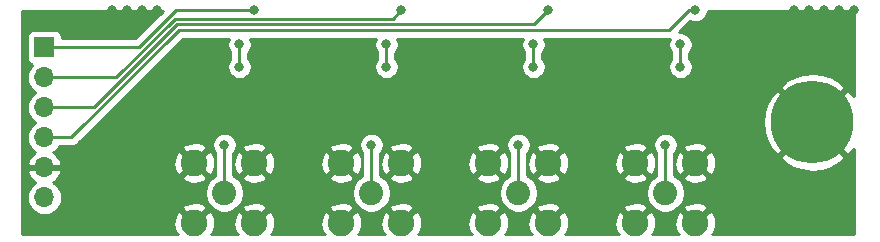
<source format=gbr>
G04 #@! TF.GenerationSoftware,KiCad,Pcbnew,5.1.4-e60b266~84~ubuntu18.04.1*
G04 #@! TF.CreationDate,2019-08-27T23:59:40+10:00*
G04 #@! TF.ProjectId,CMOS-50R,434d4f53-2d35-4305-922e-6b696361645f,rev?*
G04 #@! TF.SameCoordinates,Original*
G04 #@! TF.FileFunction,Copper,L2,Bot*
G04 #@! TF.FilePolarity,Positive*
%FSLAX46Y46*%
G04 Gerber Fmt 4.6, Leading zero omitted, Abs format (unit mm)*
G04 Created by KiCad (PCBNEW 5.1.4-e60b266~84~ubuntu18.04.1) date 2019-08-27 23:59:40*
%MOMM*%
%LPD*%
G04 APERTURE LIST*
%ADD10C,0.800000*%
%ADD11C,7.000000*%
%ADD12O,1.700000X1.700000*%
%ADD13R,1.700000X1.700000*%
%ADD14C,2.250000*%
%ADD15C,2.050000*%
%ADD16C,0.250000*%
%ADD17C,0.254000*%
G04 APERTURE END LIST*
D10*
X145620155Y-64183845D03*
X143764000Y-63415000D03*
X141907845Y-64183845D03*
X141139000Y-66040000D03*
X141907845Y-67896155D03*
X143764000Y-68665000D03*
X145620155Y-67896155D03*
X146389000Y-66040000D03*
D11*
X143764000Y-66040000D03*
D12*
X78740000Y-72390000D03*
X78740000Y-69850000D03*
X78740000Y-67310000D03*
X78740000Y-64770000D03*
X78740000Y-62230000D03*
D13*
X78740000Y-59690000D03*
D14*
X128778000Y-69469000D03*
X133858000Y-69469000D03*
X133858000Y-74549000D03*
X128778000Y-74549000D03*
D15*
X131318000Y-72009000D03*
D14*
X116332000Y-69469000D03*
X121412000Y-69469000D03*
X121412000Y-74549000D03*
X116332000Y-74549000D03*
D15*
X118872000Y-72009000D03*
D14*
X103886000Y-69469000D03*
X108966000Y-69469000D03*
X108966000Y-74549000D03*
X103886000Y-74549000D03*
D15*
X106426000Y-72009000D03*
D14*
X91440000Y-69469000D03*
X96520000Y-69469000D03*
X96520000Y-74549000D03*
X91440000Y-74549000D03*
D15*
X93980000Y-72009000D03*
D10*
X144780000Y-56515000D03*
X146050000Y-56515000D03*
X147320000Y-56515000D03*
X143510000Y-56515000D03*
X142240000Y-56515000D03*
X88265000Y-56515000D03*
X86995000Y-56515000D03*
X85725000Y-56515000D03*
X84455000Y-56515000D03*
X81661000Y-70358000D03*
X84709000Y-70358000D03*
X101092000Y-69977000D03*
X93980000Y-59436000D03*
X91440000Y-59436000D03*
X99060000Y-59436000D03*
X103886000Y-59436000D03*
X106426000Y-59436000D03*
X111506000Y-59436000D03*
X116332000Y-59436000D03*
X118872000Y-59436000D03*
X123952000Y-59436000D03*
X128778000Y-59436000D03*
X131318000Y-59436000D03*
X136398000Y-59436000D03*
X127254000Y-65024000D03*
X114808000Y-65024000D03*
X102362000Y-65024000D03*
X139446000Y-65024000D03*
X90170000Y-63246000D03*
X102362000Y-63246000D03*
X114808000Y-63246000D03*
X127254000Y-63119000D03*
X125984000Y-69850000D03*
X138430000Y-69850000D03*
X113538000Y-69850000D03*
X102362000Y-64135000D03*
X102362000Y-65913000D03*
X102362000Y-66802000D03*
X114808000Y-64135000D03*
X114808000Y-65913000D03*
X114808000Y-66802000D03*
X114808000Y-67691000D03*
X102362000Y-67691000D03*
X127254000Y-64135000D03*
X127254000Y-65913000D03*
X127254000Y-66802000D03*
X127254000Y-67691000D03*
X139700000Y-64135000D03*
X139700000Y-63119000D03*
X139446000Y-66675000D03*
X139827000Y-68453000D03*
X99949000Y-59436000D03*
X102997000Y-59436000D03*
X90551000Y-59436000D03*
X112395000Y-59436000D03*
X115443000Y-59436000D03*
X124841000Y-59436000D03*
X127889000Y-59436000D03*
X137287000Y-59436000D03*
X81661000Y-69469000D03*
X84709000Y-69469000D03*
X95250000Y-61341000D03*
X95250000Y-59436000D03*
X133858000Y-56530000D03*
X121412000Y-56530000D03*
X108966000Y-56530000D03*
X93980000Y-67945000D03*
X106426000Y-67945000D03*
X118872000Y-67945000D03*
X131318000Y-67945000D03*
X96520000Y-56530000D03*
X107696000Y-59436000D03*
X107696000Y-61341000D03*
X120142000Y-61341000D03*
X120142000Y-59436000D03*
X132588000Y-61341000D03*
X132588000Y-59436000D03*
D16*
X95250000Y-59436000D02*
X95250000Y-61341000D01*
X79942081Y-67310000D02*
X78740000Y-67310000D01*
X90163210Y-58177020D02*
X81030230Y-67310000D01*
X131645295Y-58177020D02*
X90163210Y-58177020D01*
X133292315Y-56530000D02*
X131645295Y-58177020D01*
X81030230Y-67310000D02*
X79942081Y-67310000D01*
X133858000Y-56530000D02*
X133292315Y-56530000D01*
X79942081Y-64770000D02*
X78740000Y-64770000D01*
X82933820Y-64770000D02*
X79942081Y-64770000D01*
X89976810Y-57727010D02*
X82933820Y-64770000D01*
X120214990Y-57727010D02*
X89976810Y-57727010D01*
X121412000Y-56530000D02*
X120214990Y-57727010D01*
X84837410Y-62230000D02*
X79942081Y-62230000D01*
X79942081Y-62230000D02*
X78740000Y-62230000D01*
X108219000Y-57277000D02*
X89790410Y-57277000D01*
X89790410Y-57277000D02*
X84837410Y-62230000D01*
X108966000Y-56530000D02*
X108219000Y-57277000D01*
X93980000Y-68510685D02*
X93980000Y-72009000D01*
X93980000Y-67945000D02*
X93980000Y-68510685D01*
X106426000Y-68510685D02*
X106426000Y-72009000D01*
X106426000Y-67945000D02*
X106426000Y-68510685D01*
X118872000Y-68510685D02*
X118872000Y-72009000D01*
X118872000Y-67945000D02*
X118872000Y-68510685D01*
X131318000Y-67945000D02*
X131318000Y-72009000D01*
X78867000Y-59563000D02*
X78740000Y-59690000D01*
X86741000Y-59690000D02*
X89901000Y-56530000D01*
X89901000Y-56530000D02*
X90058000Y-56530000D01*
X78740000Y-59690000D02*
X86741000Y-59690000D01*
X96520000Y-56530000D02*
X90058000Y-56530000D01*
X107696000Y-61341000D02*
X107696000Y-59436000D01*
X120142000Y-59436000D02*
X120142000Y-61341000D01*
X132588000Y-59436000D02*
X132588000Y-61341000D01*
D17*
G36*
X86426199Y-58930000D02*
G01*
X80228072Y-58930000D01*
X80228072Y-58840000D01*
X80215812Y-58715518D01*
X80179502Y-58595820D01*
X80120537Y-58485506D01*
X80041185Y-58388815D01*
X79944494Y-58309463D01*
X79834180Y-58250498D01*
X79714482Y-58214188D01*
X79590000Y-58201928D01*
X77890000Y-58201928D01*
X77765518Y-58214188D01*
X77645820Y-58250498D01*
X77535506Y-58309463D01*
X77438815Y-58388815D01*
X77359463Y-58485506D01*
X77300498Y-58595820D01*
X77264188Y-58715518D01*
X77251928Y-58840000D01*
X77251928Y-60540000D01*
X77264188Y-60664482D01*
X77300498Y-60784180D01*
X77359463Y-60894494D01*
X77438815Y-60991185D01*
X77535506Y-61070537D01*
X77645820Y-61129502D01*
X77714687Y-61150393D01*
X77684866Y-61174866D01*
X77499294Y-61400986D01*
X77361401Y-61658966D01*
X77276487Y-61938889D01*
X77247815Y-62230000D01*
X77276487Y-62521111D01*
X77361401Y-62801034D01*
X77499294Y-63059014D01*
X77684866Y-63285134D01*
X77910986Y-63470706D01*
X77965791Y-63500000D01*
X77910986Y-63529294D01*
X77684866Y-63714866D01*
X77499294Y-63940986D01*
X77361401Y-64198966D01*
X77276487Y-64478889D01*
X77247815Y-64770000D01*
X77276487Y-65061111D01*
X77361401Y-65341034D01*
X77499294Y-65599014D01*
X77684866Y-65825134D01*
X77910986Y-66010706D01*
X77965791Y-66040000D01*
X77910986Y-66069294D01*
X77684866Y-66254866D01*
X77499294Y-66480986D01*
X77361401Y-66738966D01*
X77276487Y-67018889D01*
X77247815Y-67310000D01*
X77276487Y-67601111D01*
X77361401Y-67881034D01*
X77499294Y-68139014D01*
X77684866Y-68365134D01*
X77910986Y-68550706D01*
X77975523Y-68585201D01*
X77858645Y-68654822D01*
X77642412Y-68849731D01*
X77468359Y-69083080D01*
X77343175Y-69345901D01*
X77298524Y-69493110D01*
X77419845Y-69723000D01*
X78613000Y-69723000D01*
X78613000Y-69703000D01*
X78867000Y-69703000D01*
X78867000Y-69723000D01*
X80060155Y-69723000D01*
X80163775Y-69526650D01*
X89672424Y-69526650D01*
X89717634Y-69870380D01*
X89829034Y-70198685D01*
X89938286Y-70403079D01*
X90215469Y-70513926D01*
X91260395Y-69469000D01*
X91619605Y-69469000D01*
X92664531Y-70513926D01*
X92941714Y-70403079D01*
X93095089Y-70092160D01*
X93184860Y-69757295D01*
X93207576Y-69411350D01*
X93162366Y-69067620D01*
X93050966Y-68739315D01*
X92941714Y-68534921D01*
X92664531Y-68424074D01*
X91619605Y-69469000D01*
X91260395Y-69469000D01*
X90215469Y-68424074D01*
X89938286Y-68534921D01*
X89784911Y-68845840D01*
X89695140Y-69180705D01*
X89672424Y-69526650D01*
X80163775Y-69526650D01*
X80181476Y-69493110D01*
X80136825Y-69345901D01*
X80011641Y-69083080D01*
X79837588Y-68849731D01*
X79621355Y-68654822D01*
X79504477Y-68585201D01*
X79569014Y-68550706D01*
X79795134Y-68365134D01*
X79894161Y-68244469D01*
X90395074Y-68244469D01*
X91440000Y-69289395D01*
X92484926Y-68244469D01*
X92374079Y-67967286D01*
X92063160Y-67813911D01*
X91728295Y-67724140D01*
X91382350Y-67701424D01*
X91038620Y-67746634D01*
X90710315Y-67858034D01*
X90505921Y-67967286D01*
X90395074Y-68244469D01*
X79894161Y-68244469D01*
X79980706Y-68139014D01*
X80017595Y-68070000D01*
X80992908Y-68070000D01*
X81030230Y-68073676D01*
X81067552Y-68070000D01*
X81067563Y-68070000D01*
X81179216Y-68059003D01*
X81322477Y-68015546D01*
X81454506Y-67944974D01*
X81570231Y-67850001D01*
X81594034Y-67820997D01*
X83411178Y-66003853D01*
X139609149Y-66003853D01*
X139681931Y-66815118D01*
X139911585Y-67596597D01*
X140289285Y-68318256D01*
X140329450Y-68378366D01*
X140849845Y-68774550D01*
X143584395Y-66040000D01*
X140849845Y-63305450D01*
X140329450Y-63701634D01*
X139939252Y-64416612D01*
X139696036Y-65193976D01*
X139609149Y-66003853D01*
X83411178Y-66003853D01*
X86289186Y-63125845D01*
X141029450Y-63125845D01*
X143764000Y-65860395D01*
X146498550Y-63125845D01*
X146102366Y-62605450D01*
X145387388Y-62215252D01*
X144610024Y-61972036D01*
X143800147Y-61885149D01*
X142988882Y-61957931D01*
X142207403Y-62187585D01*
X141485744Y-62565285D01*
X141425634Y-62605450D01*
X141029450Y-63125845D01*
X86289186Y-63125845D01*
X90478012Y-58937020D01*
X94338624Y-58937020D01*
X94332795Y-58945744D01*
X94254774Y-59134102D01*
X94215000Y-59334061D01*
X94215000Y-59537939D01*
X94254774Y-59737898D01*
X94332795Y-59926256D01*
X94446063Y-60095774D01*
X94490000Y-60139711D01*
X94490001Y-60637288D01*
X94446063Y-60681226D01*
X94332795Y-60850744D01*
X94254774Y-61039102D01*
X94215000Y-61239061D01*
X94215000Y-61442939D01*
X94254774Y-61642898D01*
X94332795Y-61831256D01*
X94446063Y-62000774D01*
X94590226Y-62144937D01*
X94759744Y-62258205D01*
X94948102Y-62336226D01*
X95148061Y-62376000D01*
X95351939Y-62376000D01*
X95551898Y-62336226D01*
X95740256Y-62258205D01*
X95909774Y-62144937D01*
X96053937Y-62000774D01*
X96167205Y-61831256D01*
X96245226Y-61642898D01*
X96285000Y-61442939D01*
X96285000Y-61239061D01*
X96245226Y-61039102D01*
X96167205Y-60850744D01*
X96053937Y-60681226D01*
X96010000Y-60637289D01*
X96010000Y-60139711D01*
X96053937Y-60095774D01*
X96167205Y-59926256D01*
X96245226Y-59737898D01*
X96285000Y-59537939D01*
X96285000Y-59334061D01*
X96245226Y-59134102D01*
X96167205Y-58945744D01*
X96161376Y-58937020D01*
X106784624Y-58937020D01*
X106778795Y-58945744D01*
X106700774Y-59134102D01*
X106661000Y-59334061D01*
X106661000Y-59537939D01*
X106700774Y-59737898D01*
X106778795Y-59926256D01*
X106892063Y-60095774D01*
X106936001Y-60139712D01*
X106936000Y-60637289D01*
X106892063Y-60681226D01*
X106778795Y-60850744D01*
X106700774Y-61039102D01*
X106661000Y-61239061D01*
X106661000Y-61442939D01*
X106700774Y-61642898D01*
X106778795Y-61831256D01*
X106892063Y-62000774D01*
X107036226Y-62144937D01*
X107205744Y-62258205D01*
X107394102Y-62336226D01*
X107594061Y-62376000D01*
X107797939Y-62376000D01*
X107997898Y-62336226D01*
X108186256Y-62258205D01*
X108355774Y-62144937D01*
X108499937Y-62000774D01*
X108613205Y-61831256D01*
X108691226Y-61642898D01*
X108731000Y-61442939D01*
X108731000Y-61239061D01*
X108691226Y-61039102D01*
X108613205Y-60850744D01*
X108499937Y-60681226D01*
X108456000Y-60637289D01*
X108456000Y-60139711D01*
X108499937Y-60095774D01*
X108613205Y-59926256D01*
X108691226Y-59737898D01*
X108731000Y-59537939D01*
X108731000Y-59334061D01*
X108691226Y-59134102D01*
X108613205Y-58945744D01*
X108607376Y-58937020D01*
X119230624Y-58937020D01*
X119224795Y-58945744D01*
X119146774Y-59134102D01*
X119107000Y-59334061D01*
X119107000Y-59537939D01*
X119146774Y-59737898D01*
X119224795Y-59926256D01*
X119338063Y-60095774D01*
X119382000Y-60139711D01*
X119382001Y-60637288D01*
X119338063Y-60681226D01*
X119224795Y-60850744D01*
X119146774Y-61039102D01*
X119107000Y-61239061D01*
X119107000Y-61442939D01*
X119146774Y-61642898D01*
X119224795Y-61831256D01*
X119338063Y-62000774D01*
X119482226Y-62144937D01*
X119651744Y-62258205D01*
X119840102Y-62336226D01*
X120040061Y-62376000D01*
X120243939Y-62376000D01*
X120443898Y-62336226D01*
X120632256Y-62258205D01*
X120801774Y-62144937D01*
X120945937Y-62000774D01*
X121059205Y-61831256D01*
X121137226Y-61642898D01*
X121177000Y-61442939D01*
X121177000Y-61239061D01*
X121137226Y-61039102D01*
X121059205Y-60850744D01*
X120945937Y-60681226D01*
X120902000Y-60637289D01*
X120902000Y-60139711D01*
X120945937Y-60095774D01*
X121059205Y-59926256D01*
X121137226Y-59737898D01*
X121177000Y-59537939D01*
X121177000Y-59334061D01*
X121137226Y-59134102D01*
X121059205Y-58945744D01*
X121053376Y-58937020D01*
X131607973Y-58937020D01*
X131645295Y-58940696D01*
X131676202Y-58937652D01*
X131670795Y-58945744D01*
X131592774Y-59134102D01*
X131553000Y-59334061D01*
X131553000Y-59537939D01*
X131592774Y-59737898D01*
X131670795Y-59926256D01*
X131784063Y-60095774D01*
X131828000Y-60139711D01*
X131828001Y-60637288D01*
X131784063Y-60681226D01*
X131670795Y-60850744D01*
X131592774Y-61039102D01*
X131553000Y-61239061D01*
X131553000Y-61442939D01*
X131592774Y-61642898D01*
X131670795Y-61831256D01*
X131784063Y-62000774D01*
X131928226Y-62144937D01*
X132097744Y-62258205D01*
X132286102Y-62336226D01*
X132486061Y-62376000D01*
X132689939Y-62376000D01*
X132889898Y-62336226D01*
X133078256Y-62258205D01*
X133247774Y-62144937D01*
X133391937Y-62000774D01*
X133505205Y-61831256D01*
X133583226Y-61642898D01*
X133623000Y-61442939D01*
X133623000Y-61239061D01*
X133583226Y-61039102D01*
X133505205Y-60850744D01*
X133391937Y-60681226D01*
X133348000Y-60637289D01*
X133348000Y-60139711D01*
X133391937Y-60095774D01*
X133505205Y-59926256D01*
X133583226Y-59737898D01*
X133623000Y-59537939D01*
X133623000Y-59334061D01*
X133583226Y-59134102D01*
X133505205Y-58945744D01*
X133391937Y-58776226D01*
X133247774Y-58632063D01*
X133078256Y-58518795D01*
X132889898Y-58440774D01*
X132689939Y-58401000D01*
X132496116Y-58401000D01*
X133425845Y-57471271D01*
X133556102Y-57525226D01*
X133756061Y-57565000D01*
X133959939Y-57565000D01*
X134159898Y-57525226D01*
X134348256Y-57447205D01*
X134517774Y-57333937D01*
X134661937Y-57189774D01*
X134775205Y-57020256D01*
X134853226Y-56831898D01*
X134893000Y-56631939D01*
X134893000Y-56565000D01*
X147270000Y-56565000D01*
X147270000Y-63821520D01*
X147238715Y-63761744D01*
X147198550Y-63701634D01*
X146678155Y-63305450D01*
X143943605Y-66040000D01*
X146678155Y-68774550D01*
X147198550Y-68378366D01*
X147270001Y-68247444D01*
X147270001Y-75515000D01*
X135279893Y-75515000D01*
X135359714Y-75483079D01*
X135513089Y-75172160D01*
X135602860Y-74837295D01*
X135625576Y-74491350D01*
X135580366Y-74147620D01*
X135468966Y-73819315D01*
X135359714Y-73614921D01*
X135082531Y-73504074D01*
X134037605Y-74549000D01*
X134051748Y-74563143D01*
X133872143Y-74742748D01*
X133858000Y-74728605D01*
X133843858Y-74742748D01*
X133664253Y-74563143D01*
X133678395Y-74549000D01*
X132633469Y-73504074D01*
X132356286Y-73614921D01*
X132202911Y-73925840D01*
X132113140Y-74260705D01*
X132090424Y-74606650D01*
X132135634Y-74950380D01*
X132247034Y-75278685D01*
X132356286Y-75483079D01*
X132436107Y-75515000D01*
X130199893Y-75515000D01*
X130279714Y-75483079D01*
X130433089Y-75172160D01*
X130522860Y-74837295D01*
X130545576Y-74491350D01*
X130500366Y-74147620D01*
X130388966Y-73819315D01*
X130279714Y-73614921D01*
X130002531Y-73504074D01*
X128957605Y-74549000D01*
X128971748Y-74563143D01*
X128792143Y-74742748D01*
X128778000Y-74728605D01*
X128763858Y-74742748D01*
X128584253Y-74563143D01*
X128598395Y-74549000D01*
X127553469Y-73504074D01*
X127276286Y-73614921D01*
X127122911Y-73925840D01*
X127033140Y-74260705D01*
X127010424Y-74606650D01*
X127055634Y-74950380D01*
X127167034Y-75278685D01*
X127276286Y-75483079D01*
X127356107Y-75515000D01*
X122833893Y-75515000D01*
X122913714Y-75483079D01*
X123067089Y-75172160D01*
X123156860Y-74837295D01*
X123179576Y-74491350D01*
X123134366Y-74147620D01*
X123022966Y-73819315D01*
X122913714Y-73614921D01*
X122636531Y-73504074D01*
X121591605Y-74549000D01*
X121605748Y-74563143D01*
X121426143Y-74742748D01*
X121412000Y-74728605D01*
X121397858Y-74742748D01*
X121218253Y-74563143D01*
X121232395Y-74549000D01*
X120187469Y-73504074D01*
X119910286Y-73614921D01*
X119756911Y-73925840D01*
X119667140Y-74260705D01*
X119644424Y-74606650D01*
X119689634Y-74950380D01*
X119801034Y-75278685D01*
X119910286Y-75483079D01*
X119990107Y-75515000D01*
X117753893Y-75515000D01*
X117833714Y-75483079D01*
X117987089Y-75172160D01*
X118076860Y-74837295D01*
X118099576Y-74491350D01*
X118054366Y-74147620D01*
X117942966Y-73819315D01*
X117833714Y-73614921D01*
X117556531Y-73504074D01*
X116511605Y-74549000D01*
X116525748Y-74563143D01*
X116346143Y-74742748D01*
X116332000Y-74728605D01*
X116317858Y-74742748D01*
X116138253Y-74563143D01*
X116152395Y-74549000D01*
X115107469Y-73504074D01*
X114830286Y-73614921D01*
X114676911Y-73925840D01*
X114587140Y-74260705D01*
X114564424Y-74606650D01*
X114609634Y-74950380D01*
X114721034Y-75278685D01*
X114830286Y-75483079D01*
X114910107Y-75515000D01*
X110387893Y-75515000D01*
X110467714Y-75483079D01*
X110621089Y-75172160D01*
X110710860Y-74837295D01*
X110733576Y-74491350D01*
X110688366Y-74147620D01*
X110576966Y-73819315D01*
X110467714Y-73614921D01*
X110190531Y-73504074D01*
X109145605Y-74549000D01*
X109159748Y-74563143D01*
X108980143Y-74742748D01*
X108966000Y-74728605D01*
X108951858Y-74742748D01*
X108772253Y-74563143D01*
X108786395Y-74549000D01*
X107741469Y-73504074D01*
X107464286Y-73614921D01*
X107310911Y-73925840D01*
X107221140Y-74260705D01*
X107198424Y-74606650D01*
X107243634Y-74950380D01*
X107355034Y-75278685D01*
X107464286Y-75483079D01*
X107544107Y-75515000D01*
X105307893Y-75515000D01*
X105387714Y-75483079D01*
X105541089Y-75172160D01*
X105630860Y-74837295D01*
X105653576Y-74491350D01*
X105608366Y-74147620D01*
X105496966Y-73819315D01*
X105387714Y-73614921D01*
X105110531Y-73504074D01*
X104065605Y-74549000D01*
X104079748Y-74563143D01*
X103900143Y-74742748D01*
X103886000Y-74728605D01*
X103871858Y-74742748D01*
X103692253Y-74563143D01*
X103706395Y-74549000D01*
X102661469Y-73504074D01*
X102384286Y-73614921D01*
X102230911Y-73925840D01*
X102141140Y-74260705D01*
X102118424Y-74606650D01*
X102163634Y-74950380D01*
X102275034Y-75278685D01*
X102384286Y-75483079D01*
X102464107Y-75515000D01*
X97941893Y-75515000D01*
X98021714Y-75483079D01*
X98175089Y-75172160D01*
X98264860Y-74837295D01*
X98287576Y-74491350D01*
X98242366Y-74147620D01*
X98130966Y-73819315D01*
X98021714Y-73614921D01*
X97744531Y-73504074D01*
X96699605Y-74549000D01*
X96713748Y-74563143D01*
X96534143Y-74742748D01*
X96520000Y-74728605D01*
X96505858Y-74742748D01*
X96326253Y-74563143D01*
X96340395Y-74549000D01*
X95295469Y-73504074D01*
X95018286Y-73614921D01*
X94864911Y-73925840D01*
X94775140Y-74260705D01*
X94752424Y-74606650D01*
X94797634Y-74950380D01*
X94909034Y-75278685D01*
X95018286Y-75483079D01*
X95098107Y-75515000D01*
X92861893Y-75515000D01*
X92941714Y-75483079D01*
X93095089Y-75172160D01*
X93184860Y-74837295D01*
X93207576Y-74491350D01*
X93162366Y-74147620D01*
X93050966Y-73819315D01*
X92941714Y-73614921D01*
X92664531Y-73504074D01*
X91619605Y-74549000D01*
X91633748Y-74563143D01*
X91454143Y-74742748D01*
X91440000Y-74728605D01*
X91425858Y-74742748D01*
X91246253Y-74563143D01*
X91260395Y-74549000D01*
X90215469Y-73504074D01*
X89938286Y-73614921D01*
X89784911Y-73925840D01*
X89695140Y-74260705D01*
X89672424Y-74606650D01*
X89717634Y-74950380D01*
X89829034Y-75278685D01*
X89938286Y-75483079D01*
X90018107Y-75515000D01*
X76885000Y-75515000D01*
X76885000Y-72390000D01*
X77247815Y-72390000D01*
X77276487Y-72681111D01*
X77361401Y-72961034D01*
X77499294Y-73219014D01*
X77684866Y-73445134D01*
X77910986Y-73630706D01*
X78168966Y-73768599D01*
X78448889Y-73853513D01*
X78667050Y-73875000D01*
X78812950Y-73875000D01*
X79031111Y-73853513D01*
X79311034Y-73768599D01*
X79569014Y-73630706D01*
X79795134Y-73445134D01*
X79894161Y-73324469D01*
X90395074Y-73324469D01*
X91440000Y-74369395D01*
X92484926Y-73324469D01*
X92374079Y-73047286D01*
X92063160Y-72893911D01*
X91728295Y-72804140D01*
X91382350Y-72781424D01*
X91038620Y-72826634D01*
X90710315Y-72938034D01*
X90505921Y-73047286D01*
X90395074Y-73324469D01*
X79894161Y-73324469D01*
X79980706Y-73219014D01*
X80118599Y-72961034D01*
X80203513Y-72681111D01*
X80232185Y-72390000D01*
X80203513Y-72098889D01*
X80126650Y-71845504D01*
X92320000Y-71845504D01*
X92320000Y-72172496D01*
X92383793Y-72493204D01*
X92508927Y-72795305D01*
X92690594Y-73067188D01*
X92921812Y-73298406D01*
X93193695Y-73480073D01*
X93495796Y-73605207D01*
X93816504Y-73669000D01*
X94143496Y-73669000D01*
X94464204Y-73605207D01*
X94766305Y-73480073D01*
X94999182Y-73324469D01*
X95475074Y-73324469D01*
X96520000Y-74369395D01*
X97564926Y-73324469D01*
X102841074Y-73324469D01*
X103886000Y-74369395D01*
X104930926Y-73324469D01*
X104820079Y-73047286D01*
X104509160Y-72893911D01*
X104174295Y-72804140D01*
X103828350Y-72781424D01*
X103484620Y-72826634D01*
X103156315Y-72938034D01*
X102951921Y-73047286D01*
X102841074Y-73324469D01*
X97564926Y-73324469D01*
X97454079Y-73047286D01*
X97143160Y-72893911D01*
X96808295Y-72804140D01*
X96462350Y-72781424D01*
X96118620Y-72826634D01*
X95790315Y-72938034D01*
X95585921Y-73047286D01*
X95475074Y-73324469D01*
X94999182Y-73324469D01*
X95038188Y-73298406D01*
X95269406Y-73067188D01*
X95451073Y-72795305D01*
X95576207Y-72493204D01*
X95640000Y-72172496D01*
X95640000Y-71845504D01*
X104766000Y-71845504D01*
X104766000Y-72172496D01*
X104829793Y-72493204D01*
X104954927Y-72795305D01*
X105136594Y-73067188D01*
X105367812Y-73298406D01*
X105639695Y-73480073D01*
X105941796Y-73605207D01*
X106262504Y-73669000D01*
X106589496Y-73669000D01*
X106910204Y-73605207D01*
X107212305Y-73480073D01*
X107445182Y-73324469D01*
X107921074Y-73324469D01*
X108966000Y-74369395D01*
X110010926Y-73324469D01*
X115287074Y-73324469D01*
X116332000Y-74369395D01*
X117376926Y-73324469D01*
X117266079Y-73047286D01*
X116955160Y-72893911D01*
X116620295Y-72804140D01*
X116274350Y-72781424D01*
X115930620Y-72826634D01*
X115602315Y-72938034D01*
X115397921Y-73047286D01*
X115287074Y-73324469D01*
X110010926Y-73324469D01*
X109900079Y-73047286D01*
X109589160Y-72893911D01*
X109254295Y-72804140D01*
X108908350Y-72781424D01*
X108564620Y-72826634D01*
X108236315Y-72938034D01*
X108031921Y-73047286D01*
X107921074Y-73324469D01*
X107445182Y-73324469D01*
X107484188Y-73298406D01*
X107715406Y-73067188D01*
X107897073Y-72795305D01*
X108022207Y-72493204D01*
X108086000Y-72172496D01*
X108086000Y-71845504D01*
X117212000Y-71845504D01*
X117212000Y-72172496D01*
X117275793Y-72493204D01*
X117400927Y-72795305D01*
X117582594Y-73067188D01*
X117813812Y-73298406D01*
X118085695Y-73480073D01*
X118387796Y-73605207D01*
X118708504Y-73669000D01*
X119035496Y-73669000D01*
X119356204Y-73605207D01*
X119658305Y-73480073D01*
X119891182Y-73324469D01*
X120367074Y-73324469D01*
X121412000Y-74369395D01*
X122456926Y-73324469D01*
X127733074Y-73324469D01*
X128778000Y-74369395D01*
X129822926Y-73324469D01*
X129712079Y-73047286D01*
X129401160Y-72893911D01*
X129066295Y-72804140D01*
X128720350Y-72781424D01*
X128376620Y-72826634D01*
X128048315Y-72938034D01*
X127843921Y-73047286D01*
X127733074Y-73324469D01*
X122456926Y-73324469D01*
X122346079Y-73047286D01*
X122035160Y-72893911D01*
X121700295Y-72804140D01*
X121354350Y-72781424D01*
X121010620Y-72826634D01*
X120682315Y-72938034D01*
X120477921Y-73047286D01*
X120367074Y-73324469D01*
X119891182Y-73324469D01*
X119930188Y-73298406D01*
X120161406Y-73067188D01*
X120343073Y-72795305D01*
X120468207Y-72493204D01*
X120532000Y-72172496D01*
X120532000Y-71845504D01*
X129658000Y-71845504D01*
X129658000Y-72172496D01*
X129721793Y-72493204D01*
X129846927Y-72795305D01*
X130028594Y-73067188D01*
X130259812Y-73298406D01*
X130531695Y-73480073D01*
X130833796Y-73605207D01*
X131154504Y-73669000D01*
X131481496Y-73669000D01*
X131802204Y-73605207D01*
X132104305Y-73480073D01*
X132337182Y-73324469D01*
X132813074Y-73324469D01*
X133858000Y-74369395D01*
X134902926Y-73324469D01*
X134792079Y-73047286D01*
X134481160Y-72893911D01*
X134146295Y-72804140D01*
X133800350Y-72781424D01*
X133456620Y-72826634D01*
X133128315Y-72938034D01*
X132923921Y-73047286D01*
X132813074Y-73324469D01*
X132337182Y-73324469D01*
X132376188Y-73298406D01*
X132607406Y-73067188D01*
X132789073Y-72795305D01*
X132914207Y-72493204D01*
X132978000Y-72172496D01*
X132978000Y-71845504D01*
X132914207Y-71524796D01*
X132789073Y-71222695D01*
X132607406Y-70950812D01*
X132376188Y-70719594D01*
X132337183Y-70693531D01*
X132813074Y-70693531D01*
X132923921Y-70970714D01*
X133234840Y-71124089D01*
X133569705Y-71213860D01*
X133915650Y-71236576D01*
X134259380Y-71191366D01*
X134587685Y-71079966D01*
X134792079Y-70970714D01*
X134902926Y-70693531D01*
X133858000Y-69648605D01*
X132813074Y-70693531D01*
X132337183Y-70693531D01*
X132104305Y-70537927D01*
X132078000Y-70527031D01*
X132078000Y-69526650D01*
X132090424Y-69526650D01*
X132135634Y-69870380D01*
X132247034Y-70198685D01*
X132356286Y-70403079D01*
X132633469Y-70513926D01*
X133678395Y-69469000D01*
X134037605Y-69469000D01*
X135082531Y-70513926D01*
X135359714Y-70403079D01*
X135513089Y-70092160D01*
X135602860Y-69757295D01*
X135625576Y-69411350D01*
X135580366Y-69067620D01*
X135541866Y-68954155D01*
X141029450Y-68954155D01*
X141425634Y-69474550D01*
X142140612Y-69864748D01*
X142917976Y-70107964D01*
X143727853Y-70194851D01*
X144539118Y-70122069D01*
X145320597Y-69892415D01*
X146042256Y-69514715D01*
X146102366Y-69474550D01*
X146498550Y-68954155D01*
X143764000Y-66219605D01*
X141029450Y-68954155D01*
X135541866Y-68954155D01*
X135468966Y-68739315D01*
X135359714Y-68534921D01*
X135082531Y-68424074D01*
X134037605Y-69469000D01*
X133678395Y-69469000D01*
X132633469Y-68424074D01*
X132356286Y-68534921D01*
X132202911Y-68845840D01*
X132113140Y-69180705D01*
X132090424Y-69526650D01*
X132078000Y-69526650D01*
X132078000Y-68648711D01*
X132121937Y-68604774D01*
X132235205Y-68435256D01*
X132313226Y-68246898D01*
X132313709Y-68244469D01*
X132813074Y-68244469D01*
X133858000Y-69289395D01*
X134902926Y-68244469D01*
X134792079Y-67967286D01*
X134481160Y-67813911D01*
X134146295Y-67724140D01*
X133800350Y-67701424D01*
X133456620Y-67746634D01*
X133128315Y-67858034D01*
X132923921Y-67967286D01*
X132813074Y-68244469D01*
X132313709Y-68244469D01*
X132353000Y-68046939D01*
X132353000Y-67843061D01*
X132313226Y-67643102D01*
X132235205Y-67454744D01*
X132121937Y-67285226D01*
X131977774Y-67141063D01*
X131808256Y-67027795D01*
X131619898Y-66949774D01*
X131419939Y-66910000D01*
X131216061Y-66910000D01*
X131016102Y-66949774D01*
X130827744Y-67027795D01*
X130658226Y-67141063D01*
X130514063Y-67285226D01*
X130400795Y-67454744D01*
X130322774Y-67643102D01*
X130283000Y-67843061D01*
X130283000Y-68046939D01*
X130322774Y-68246898D01*
X130400795Y-68435256D01*
X130514063Y-68604774D01*
X130558000Y-68648711D01*
X130558001Y-70527031D01*
X130531695Y-70537927D01*
X130259812Y-70719594D01*
X130028594Y-70950812D01*
X129846927Y-71222695D01*
X129721793Y-71524796D01*
X129658000Y-71845504D01*
X120532000Y-71845504D01*
X120468207Y-71524796D01*
X120343073Y-71222695D01*
X120161406Y-70950812D01*
X119930188Y-70719594D01*
X119891183Y-70693531D01*
X120367074Y-70693531D01*
X120477921Y-70970714D01*
X120788840Y-71124089D01*
X121123705Y-71213860D01*
X121469650Y-71236576D01*
X121813380Y-71191366D01*
X122141685Y-71079966D01*
X122346079Y-70970714D01*
X122456926Y-70693531D01*
X127733074Y-70693531D01*
X127843921Y-70970714D01*
X128154840Y-71124089D01*
X128489705Y-71213860D01*
X128835650Y-71236576D01*
X129179380Y-71191366D01*
X129507685Y-71079966D01*
X129712079Y-70970714D01*
X129822926Y-70693531D01*
X128778000Y-69648605D01*
X127733074Y-70693531D01*
X122456926Y-70693531D01*
X121412000Y-69648605D01*
X120367074Y-70693531D01*
X119891183Y-70693531D01*
X119658305Y-70537927D01*
X119632000Y-70527031D01*
X119632000Y-69526650D01*
X119644424Y-69526650D01*
X119689634Y-69870380D01*
X119801034Y-70198685D01*
X119910286Y-70403079D01*
X120187469Y-70513926D01*
X121232395Y-69469000D01*
X121591605Y-69469000D01*
X122636531Y-70513926D01*
X122913714Y-70403079D01*
X123067089Y-70092160D01*
X123156860Y-69757295D01*
X123172004Y-69526650D01*
X127010424Y-69526650D01*
X127055634Y-69870380D01*
X127167034Y-70198685D01*
X127276286Y-70403079D01*
X127553469Y-70513926D01*
X128598395Y-69469000D01*
X128957605Y-69469000D01*
X130002531Y-70513926D01*
X130279714Y-70403079D01*
X130433089Y-70092160D01*
X130522860Y-69757295D01*
X130545576Y-69411350D01*
X130500366Y-69067620D01*
X130388966Y-68739315D01*
X130279714Y-68534921D01*
X130002531Y-68424074D01*
X128957605Y-69469000D01*
X128598395Y-69469000D01*
X127553469Y-68424074D01*
X127276286Y-68534921D01*
X127122911Y-68845840D01*
X127033140Y-69180705D01*
X127010424Y-69526650D01*
X123172004Y-69526650D01*
X123179576Y-69411350D01*
X123134366Y-69067620D01*
X123022966Y-68739315D01*
X122913714Y-68534921D01*
X122636531Y-68424074D01*
X121591605Y-69469000D01*
X121232395Y-69469000D01*
X120187469Y-68424074D01*
X119910286Y-68534921D01*
X119756911Y-68845840D01*
X119667140Y-69180705D01*
X119644424Y-69526650D01*
X119632000Y-69526650D01*
X119632000Y-68648711D01*
X119675937Y-68604774D01*
X119789205Y-68435256D01*
X119867226Y-68246898D01*
X119867709Y-68244469D01*
X120367074Y-68244469D01*
X121412000Y-69289395D01*
X122456926Y-68244469D01*
X127733074Y-68244469D01*
X128778000Y-69289395D01*
X129822926Y-68244469D01*
X129712079Y-67967286D01*
X129401160Y-67813911D01*
X129066295Y-67724140D01*
X128720350Y-67701424D01*
X128376620Y-67746634D01*
X128048315Y-67858034D01*
X127843921Y-67967286D01*
X127733074Y-68244469D01*
X122456926Y-68244469D01*
X122346079Y-67967286D01*
X122035160Y-67813911D01*
X121700295Y-67724140D01*
X121354350Y-67701424D01*
X121010620Y-67746634D01*
X120682315Y-67858034D01*
X120477921Y-67967286D01*
X120367074Y-68244469D01*
X119867709Y-68244469D01*
X119907000Y-68046939D01*
X119907000Y-67843061D01*
X119867226Y-67643102D01*
X119789205Y-67454744D01*
X119675937Y-67285226D01*
X119531774Y-67141063D01*
X119362256Y-67027795D01*
X119173898Y-66949774D01*
X118973939Y-66910000D01*
X118770061Y-66910000D01*
X118570102Y-66949774D01*
X118381744Y-67027795D01*
X118212226Y-67141063D01*
X118068063Y-67285226D01*
X117954795Y-67454744D01*
X117876774Y-67643102D01*
X117837000Y-67843061D01*
X117837000Y-68046939D01*
X117876774Y-68246898D01*
X117954795Y-68435256D01*
X118068063Y-68604774D01*
X118112000Y-68648711D01*
X118112001Y-70527031D01*
X118085695Y-70537927D01*
X117813812Y-70719594D01*
X117582594Y-70950812D01*
X117400927Y-71222695D01*
X117275793Y-71524796D01*
X117212000Y-71845504D01*
X108086000Y-71845504D01*
X108022207Y-71524796D01*
X107897073Y-71222695D01*
X107715406Y-70950812D01*
X107484188Y-70719594D01*
X107445183Y-70693531D01*
X107921074Y-70693531D01*
X108031921Y-70970714D01*
X108342840Y-71124089D01*
X108677705Y-71213860D01*
X109023650Y-71236576D01*
X109367380Y-71191366D01*
X109695685Y-71079966D01*
X109900079Y-70970714D01*
X110010926Y-70693531D01*
X115287074Y-70693531D01*
X115397921Y-70970714D01*
X115708840Y-71124089D01*
X116043705Y-71213860D01*
X116389650Y-71236576D01*
X116733380Y-71191366D01*
X117061685Y-71079966D01*
X117266079Y-70970714D01*
X117376926Y-70693531D01*
X116332000Y-69648605D01*
X115287074Y-70693531D01*
X110010926Y-70693531D01*
X108966000Y-69648605D01*
X107921074Y-70693531D01*
X107445183Y-70693531D01*
X107212305Y-70537927D01*
X107186000Y-70527031D01*
X107186000Y-69526650D01*
X107198424Y-69526650D01*
X107243634Y-69870380D01*
X107355034Y-70198685D01*
X107464286Y-70403079D01*
X107741469Y-70513926D01*
X108786395Y-69469000D01*
X109145605Y-69469000D01*
X110190531Y-70513926D01*
X110467714Y-70403079D01*
X110621089Y-70092160D01*
X110710860Y-69757295D01*
X110726004Y-69526650D01*
X114564424Y-69526650D01*
X114609634Y-69870380D01*
X114721034Y-70198685D01*
X114830286Y-70403079D01*
X115107469Y-70513926D01*
X116152395Y-69469000D01*
X116511605Y-69469000D01*
X117556531Y-70513926D01*
X117833714Y-70403079D01*
X117987089Y-70092160D01*
X118076860Y-69757295D01*
X118099576Y-69411350D01*
X118054366Y-69067620D01*
X117942966Y-68739315D01*
X117833714Y-68534921D01*
X117556531Y-68424074D01*
X116511605Y-69469000D01*
X116152395Y-69469000D01*
X115107469Y-68424074D01*
X114830286Y-68534921D01*
X114676911Y-68845840D01*
X114587140Y-69180705D01*
X114564424Y-69526650D01*
X110726004Y-69526650D01*
X110733576Y-69411350D01*
X110688366Y-69067620D01*
X110576966Y-68739315D01*
X110467714Y-68534921D01*
X110190531Y-68424074D01*
X109145605Y-69469000D01*
X108786395Y-69469000D01*
X107741469Y-68424074D01*
X107464286Y-68534921D01*
X107310911Y-68845840D01*
X107221140Y-69180705D01*
X107198424Y-69526650D01*
X107186000Y-69526650D01*
X107186000Y-68648711D01*
X107229937Y-68604774D01*
X107343205Y-68435256D01*
X107421226Y-68246898D01*
X107421709Y-68244469D01*
X107921074Y-68244469D01*
X108966000Y-69289395D01*
X110010926Y-68244469D01*
X115287074Y-68244469D01*
X116332000Y-69289395D01*
X117376926Y-68244469D01*
X117266079Y-67967286D01*
X116955160Y-67813911D01*
X116620295Y-67724140D01*
X116274350Y-67701424D01*
X115930620Y-67746634D01*
X115602315Y-67858034D01*
X115397921Y-67967286D01*
X115287074Y-68244469D01*
X110010926Y-68244469D01*
X109900079Y-67967286D01*
X109589160Y-67813911D01*
X109254295Y-67724140D01*
X108908350Y-67701424D01*
X108564620Y-67746634D01*
X108236315Y-67858034D01*
X108031921Y-67967286D01*
X107921074Y-68244469D01*
X107421709Y-68244469D01*
X107461000Y-68046939D01*
X107461000Y-67843061D01*
X107421226Y-67643102D01*
X107343205Y-67454744D01*
X107229937Y-67285226D01*
X107085774Y-67141063D01*
X106916256Y-67027795D01*
X106727898Y-66949774D01*
X106527939Y-66910000D01*
X106324061Y-66910000D01*
X106124102Y-66949774D01*
X105935744Y-67027795D01*
X105766226Y-67141063D01*
X105622063Y-67285226D01*
X105508795Y-67454744D01*
X105430774Y-67643102D01*
X105391000Y-67843061D01*
X105391000Y-68046939D01*
X105430774Y-68246898D01*
X105508795Y-68435256D01*
X105622063Y-68604774D01*
X105666000Y-68648711D01*
X105666001Y-70527031D01*
X105639695Y-70537927D01*
X105367812Y-70719594D01*
X105136594Y-70950812D01*
X104954927Y-71222695D01*
X104829793Y-71524796D01*
X104766000Y-71845504D01*
X95640000Y-71845504D01*
X95576207Y-71524796D01*
X95451073Y-71222695D01*
X95269406Y-70950812D01*
X95038188Y-70719594D01*
X94999183Y-70693531D01*
X95475074Y-70693531D01*
X95585921Y-70970714D01*
X95896840Y-71124089D01*
X96231705Y-71213860D01*
X96577650Y-71236576D01*
X96921380Y-71191366D01*
X97249685Y-71079966D01*
X97454079Y-70970714D01*
X97564926Y-70693531D01*
X102841074Y-70693531D01*
X102951921Y-70970714D01*
X103262840Y-71124089D01*
X103597705Y-71213860D01*
X103943650Y-71236576D01*
X104287380Y-71191366D01*
X104615685Y-71079966D01*
X104820079Y-70970714D01*
X104930926Y-70693531D01*
X103886000Y-69648605D01*
X102841074Y-70693531D01*
X97564926Y-70693531D01*
X96520000Y-69648605D01*
X95475074Y-70693531D01*
X94999183Y-70693531D01*
X94766305Y-70537927D01*
X94740000Y-70527031D01*
X94740000Y-69526650D01*
X94752424Y-69526650D01*
X94797634Y-69870380D01*
X94909034Y-70198685D01*
X95018286Y-70403079D01*
X95295469Y-70513926D01*
X96340395Y-69469000D01*
X96699605Y-69469000D01*
X97744531Y-70513926D01*
X98021714Y-70403079D01*
X98175089Y-70092160D01*
X98264860Y-69757295D01*
X98280004Y-69526650D01*
X102118424Y-69526650D01*
X102163634Y-69870380D01*
X102275034Y-70198685D01*
X102384286Y-70403079D01*
X102661469Y-70513926D01*
X103706395Y-69469000D01*
X104065605Y-69469000D01*
X105110531Y-70513926D01*
X105387714Y-70403079D01*
X105541089Y-70092160D01*
X105630860Y-69757295D01*
X105653576Y-69411350D01*
X105608366Y-69067620D01*
X105496966Y-68739315D01*
X105387714Y-68534921D01*
X105110531Y-68424074D01*
X104065605Y-69469000D01*
X103706395Y-69469000D01*
X102661469Y-68424074D01*
X102384286Y-68534921D01*
X102230911Y-68845840D01*
X102141140Y-69180705D01*
X102118424Y-69526650D01*
X98280004Y-69526650D01*
X98287576Y-69411350D01*
X98242366Y-69067620D01*
X98130966Y-68739315D01*
X98021714Y-68534921D01*
X97744531Y-68424074D01*
X96699605Y-69469000D01*
X96340395Y-69469000D01*
X95295469Y-68424074D01*
X95018286Y-68534921D01*
X94864911Y-68845840D01*
X94775140Y-69180705D01*
X94752424Y-69526650D01*
X94740000Y-69526650D01*
X94740000Y-68648711D01*
X94783937Y-68604774D01*
X94897205Y-68435256D01*
X94975226Y-68246898D01*
X94975709Y-68244469D01*
X95475074Y-68244469D01*
X96520000Y-69289395D01*
X97564926Y-68244469D01*
X102841074Y-68244469D01*
X103886000Y-69289395D01*
X104930926Y-68244469D01*
X104820079Y-67967286D01*
X104509160Y-67813911D01*
X104174295Y-67724140D01*
X103828350Y-67701424D01*
X103484620Y-67746634D01*
X103156315Y-67858034D01*
X102951921Y-67967286D01*
X102841074Y-68244469D01*
X97564926Y-68244469D01*
X97454079Y-67967286D01*
X97143160Y-67813911D01*
X96808295Y-67724140D01*
X96462350Y-67701424D01*
X96118620Y-67746634D01*
X95790315Y-67858034D01*
X95585921Y-67967286D01*
X95475074Y-68244469D01*
X94975709Y-68244469D01*
X95015000Y-68046939D01*
X95015000Y-67843061D01*
X94975226Y-67643102D01*
X94897205Y-67454744D01*
X94783937Y-67285226D01*
X94639774Y-67141063D01*
X94470256Y-67027795D01*
X94281898Y-66949774D01*
X94081939Y-66910000D01*
X93878061Y-66910000D01*
X93678102Y-66949774D01*
X93489744Y-67027795D01*
X93320226Y-67141063D01*
X93176063Y-67285226D01*
X93062795Y-67454744D01*
X92984774Y-67643102D01*
X92945000Y-67843061D01*
X92945000Y-68046939D01*
X92984774Y-68246898D01*
X93062795Y-68435256D01*
X93176063Y-68604774D01*
X93220000Y-68648711D01*
X93220001Y-70527031D01*
X93193695Y-70537927D01*
X92921812Y-70719594D01*
X92690594Y-70950812D01*
X92508927Y-71222695D01*
X92383793Y-71524796D01*
X92320000Y-71845504D01*
X80126650Y-71845504D01*
X80118599Y-71818966D01*
X79980706Y-71560986D01*
X79795134Y-71334866D01*
X79569014Y-71149294D01*
X79504477Y-71114799D01*
X79621355Y-71045178D01*
X79837588Y-70850269D01*
X79954497Y-70693531D01*
X90395074Y-70693531D01*
X90505921Y-70970714D01*
X90816840Y-71124089D01*
X91151705Y-71213860D01*
X91497650Y-71236576D01*
X91841380Y-71191366D01*
X92169685Y-71079966D01*
X92374079Y-70970714D01*
X92484926Y-70693531D01*
X91440000Y-69648605D01*
X90395074Y-70693531D01*
X79954497Y-70693531D01*
X80011641Y-70616920D01*
X80136825Y-70354099D01*
X80181476Y-70206890D01*
X80060155Y-69977000D01*
X78867000Y-69977000D01*
X78867000Y-69997000D01*
X78613000Y-69997000D01*
X78613000Y-69977000D01*
X77419845Y-69977000D01*
X77298524Y-70206890D01*
X77343175Y-70354099D01*
X77468359Y-70616920D01*
X77642412Y-70850269D01*
X77858645Y-71045178D01*
X77975523Y-71114799D01*
X77910986Y-71149294D01*
X77684866Y-71334866D01*
X77499294Y-71560986D01*
X77361401Y-71818966D01*
X77276487Y-72098889D01*
X77247815Y-72390000D01*
X76885000Y-72390000D01*
X76885000Y-56565000D01*
X88791198Y-56565000D01*
X86426199Y-58930000D01*
X86426199Y-58930000D01*
G37*
X86426199Y-58930000D02*
X80228072Y-58930000D01*
X80228072Y-58840000D01*
X80215812Y-58715518D01*
X80179502Y-58595820D01*
X80120537Y-58485506D01*
X80041185Y-58388815D01*
X79944494Y-58309463D01*
X79834180Y-58250498D01*
X79714482Y-58214188D01*
X79590000Y-58201928D01*
X77890000Y-58201928D01*
X77765518Y-58214188D01*
X77645820Y-58250498D01*
X77535506Y-58309463D01*
X77438815Y-58388815D01*
X77359463Y-58485506D01*
X77300498Y-58595820D01*
X77264188Y-58715518D01*
X77251928Y-58840000D01*
X77251928Y-60540000D01*
X77264188Y-60664482D01*
X77300498Y-60784180D01*
X77359463Y-60894494D01*
X77438815Y-60991185D01*
X77535506Y-61070537D01*
X77645820Y-61129502D01*
X77714687Y-61150393D01*
X77684866Y-61174866D01*
X77499294Y-61400986D01*
X77361401Y-61658966D01*
X77276487Y-61938889D01*
X77247815Y-62230000D01*
X77276487Y-62521111D01*
X77361401Y-62801034D01*
X77499294Y-63059014D01*
X77684866Y-63285134D01*
X77910986Y-63470706D01*
X77965791Y-63500000D01*
X77910986Y-63529294D01*
X77684866Y-63714866D01*
X77499294Y-63940986D01*
X77361401Y-64198966D01*
X77276487Y-64478889D01*
X77247815Y-64770000D01*
X77276487Y-65061111D01*
X77361401Y-65341034D01*
X77499294Y-65599014D01*
X77684866Y-65825134D01*
X77910986Y-66010706D01*
X77965791Y-66040000D01*
X77910986Y-66069294D01*
X77684866Y-66254866D01*
X77499294Y-66480986D01*
X77361401Y-66738966D01*
X77276487Y-67018889D01*
X77247815Y-67310000D01*
X77276487Y-67601111D01*
X77361401Y-67881034D01*
X77499294Y-68139014D01*
X77684866Y-68365134D01*
X77910986Y-68550706D01*
X77975523Y-68585201D01*
X77858645Y-68654822D01*
X77642412Y-68849731D01*
X77468359Y-69083080D01*
X77343175Y-69345901D01*
X77298524Y-69493110D01*
X77419845Y-69723000D01*
X78613000Y-69723000D01*
X78613000Y-69703000D01*
X78867000Y-69703000D01*
X78867000Y-69723000D01*
X80060155Y-69723000D01*
X80163775Y-69526650D01*
X89672424Y-69526650D01*
X89717634Y-69870380D01*
X89829034Y-70198685D01*
X89938286Y-70403079D01*
X90215469Y-70513926D01*
X91260395Y-69469000D01*
X91619605Y-69469000D01*
X92664531Y-70513926D01*
X92941714Y-70403079D01*
X93095089Y-70092160D01*
X93184860Y-69757295D01*
X93207576Y-69411350D01*
X93162366Y-69067620D01*
X93050966Y-68739315D01*
X92941714Y-68534921D01*
X92664531Y-68424074D01*
X91619605Y-69469000D01*
X91260395Y-69469000D01*
X90215469Y-68424074D01*
X89938286Y-68534921D01*
X89784911Y-68845840D01*
X89695140Y-69180705D01*
X89672424Y-69526650D01*
X80163775Y-69526650D01*
X80181476Y-69493110D01*
X80136825Y-69345901D01*
X80011641Y-69083080D01*
X79837588Y-68849731D01*
X79621355Y-68654822D01*
X79504477Y-68585201D01*
X79569014Y-68550706D01*
X79795134Y-68365134D01*
X79894161Y-68244469D01*
X90395074Y-68244469D01*
X91440000Y-69289395D01*
X92484926Y-68244469D01*
X92374079Y-67967286D01*
X92063160Y-67813911D01*
X91728295Y-67724140D01*
X91382350Y-67701424D01*
X91038620Y-67746634D01*
X90710315Y-67858034D01*
X90505921Y-67967286D01*
X90395074Y-68244469D01*
X79894161Y-68244469D01*
X79980706Y-68139014D01*
X80017595Y-68070000D01*
X80992908Y-68070000D01*
X81030230Y-68073676D01*
X81067552Y-68070000D01*
X81067563Y-68070000D01*
X81179216Y-68059003D01*
X81322477Y-68015546D01*
X81454506Y-67944974D01*
X81570231Y-67850001D01*
X81594034Y-67820997D01*
X83411178Y-66003853D01*
X139609149Y-66003853D01*
X139681931Y-66815118D01*
X139911585Y-67596597D01*
X140289285Y-68318256D01*
X140329450Y-68378366D01*
X140849845Y-68774550D01*
X143584395Y-66040000D01*
X140849845Y-63305450D01*
X140329450Y-63701634D01*
X139939252Y-64416612D01*
X139696036Y-65193976D01*
X139609149Y-66003853D01*
X83411178Y-66003853D01*
X86289186Y-63125845D01*
X141029450Y-63125845D01*
X143764000Y-65860395D01*
X146498550Y-63125845D01*
X146102366Y-62605450D01*
X145387388Y-62215252D01*
X144610024Y-61972036D01*
X143800147Y-61885149D01*
X142988882Y-61957931D01*
X142207403Y-62187585D01*
X141485744Y-62565285D01*
X141425634Y-62605450D01*
X141029450Y-63125845D01*
X86289186Y-63125845D01*
X90478012Y-58937020D01*
X94338624Y-58937020D01*
X94332795Y-58945744D01*
X94254774Y-59134102D01*
X94215000Y-59334061D01*
X94215000Y-59537939D01*
X94254774Y-59737898D01*
X94332795Y-59926256D01*
X94446063Y-60095774D01*
X94490000Y-60139711D01*
X94490001Y-60637288D01*
X94446063Y-60681226D01*
X94332795Y-60850744D01*
X94254774Y-61039102D01*
X94215000Y-61239061D01*
X94215000Y-61442939D01*
X94254774Y-61642898D01*
X94332795Y-61831256D01*
X94446063Y-62000774D01*
X94590226Y-62144937D01*
X94759744Y-62258205D01*
X94948102Y-62336226D01*
X95148061Y-62376000D01*
X95351939Y-62376000D01*
X95551898Y-62336226D01*
X95740256Y-62258205D01*
X95909774Y-62144937D01*
X96053937Y-62000774D01*
X96167205Y-61831256D01*
X96245226Y-61642898D01*
X96285000Y-61442939D01*
X96285000Y-61239061D01*
X96245226Y-61039102D01*
X96167205Y-60850744D01*
X96053937Y-60681226D01*
X96010000Y-60637289D01*
X96010000Y-60139711D01*
X96053937Y-60095774D01*
X96167205Y-59926256D01*
X96245226Y-59737898D01*
X96285000Y-59537939D01*
X96285000Y-59334061D01*
X96245226Y-59134102D01*
X96167205Y-58945744D01*
X96161376Y-58937020D01*
X106784624Y-58937020D01*
X106778795Y-58945744D01*
X106700774Y-59134102D01*
X106661000Y-59334061D01*
X106661000Y-59537939D01*
X106700774Y-59737898D01*
X106778795Y-59926256D01*
X106892063Y-60095774D01*
X106936001Y-60139712D01*
X106936000Y-60637289D01*
X106892063Y-60681226D01*
X106778795Y-60850744D01*
X106700774Y-61039102D01*
X106661000Y-61239061D01*
X106661000Y-61442939D01*
X106700774Y-61642898D01*
X106778795Y-61831256D01*
X106892063Y-62000774D01*
X107036226Y-62144937D01*
X107205744Y-62258205D01*
X107394102Y-62336226D01*
X107594061Y-62376000D01*
X107797939Y-62376000D01*
X107997898Y-62336226D01*
X108186256Y-62258205D01*
X108355774Y-62144937D01*
X108499937Y-62000774D01*
X108613205Y-61831256D01*
X108691226Y-61642898D01*
X108731000Y-61442939D01*
X108731000Y-61239061D01*
X108691226Y-61039102D01*
X108613205Y-60850744D01*
X108499937Y-60681226D01*
X108456000Y-60637289D01*
X108456000Y-60139711D01*
X108499937Y-60095774D01*
X108613205Y-59926256D01*
X108691226Y-59737898D01*
X108731000Y-59537939D01*
X108731000Y-59334061D01*
X108691226Y-59134102D01*
X108613205Y-58945744D01*
X108607376Y-58937020D01*
X119230624Y-58937020D01*
X119224795Y-58945744D01*
X119146774Y-59134102D01*
X119107000Y-59334061D01*
X119107000Y-59537939D01*
X119146774Y-59737898D01*
X119224795Y-59926256D01*
X119338063Y-60095774D01*
X119382000Y-60139711D01*
X119382001Y-60637288D01*
X119338063Y-60681226D01*
X119224795Y-60850744D01*
X119146774Y-61039102D01*
X119107000Y-61239061D01*
X119107000Y-61442939D01*
X119146774Y-61642898D01*
X119224795Y-61831256D01*
X119338063Y-62000774D01*
X119482226Y-62144937D01*
X119651744Y-62258205D01*
X119840102Y-62336226D01*
X120040061Y-62376000D01*
X120243939Y-62376000D01*
X120443898Y-62336226D01*
X120632256Y-62258205D01*
X120801774Y-62144937D01*
X120945937Y-62000774D01*
X121059205Y-61831256D01*
X121137226Y-61642898D01*
X121177000Y-61442939D01*
X121177000Y-61239061D01*
X121137226Y-61039102D01*
X121059205Y-60850744D01*
X120945937Y-60681226D01*
X120902000Y-60637289D01*
X120902000Y-60139711D01*
X120945937Y-60095774D01*
X121059205Y-59926256D01*
X121137226Y-59737898D01*
X121177000Y-59537939D01*
X121177000Y-59334061D01*
X121137226Y-59134102D01*
X121059205Y-58945744D01*
X121053376Y-58937020D01*
X131607973Y-58937020D01*
X131645295Y-58940696D01*
X131676202Y-58937652D01*
X131670795Y-58945744D01*
X131592774Y-59134102D01*
X131553000Y-59334061D01*
X131553000Y-59537939D01*
X131592774Y-59737898D01*
X131670795Y-59926256D01*
X131784063Y-60095774D01*
X131828000Y-60139711D01*
X131828001Y-60637288D01*
X131784063Y-60681226D01*
X131670795Y-60850744D01*
X131592774Y-61039102D01*
X131553000Y-61239061D01*
X131553000Y-61442939D01*
X131592774Y-61642898D01*
X131670795Y-61831256D01*
X131784063Y-62000774D01*
X131928226Y-62144937D01*
X132097744Y-62258205D01*
X132286102Y-62336226D01*
X132486061Y-62376000D01*
X132689939Y-62376000D01*
X132889898Y-62336226D01*
X133078256Y-62258205D01*
X133247774Y-62144937D01*
X133391937Y-62000774D01*
X133505205Y-61831256D01*
X133583226Y-61642898D01*
X133623000Y-61442939D01*
X133623000Y-61239061D01*
X133583226Y-61039102D01*
X133505205Y-60850744D01*
X133391937Y-60681226D01*
X133348000Y-60637289D01*
X133348000Y-60139711D01*
X133391937Y-60095774D01*
X133505205Y-59926256D01*
X133583226Y-59737898D01*
X133623000Y-59537939D01*
X133623000Y-59334061D01*
X133583226Y-59134102D01*
X133505205Y-58945744D01*
X133391937Y-58776226D01*
X133247774Y-58632063D01*
X133078256Y-58518795D01*
X132889898Y-58440774D01*
X132689939Y-58401000D01*
X132496116Y-58401000D01*
X133425845Y-57471271D01*
X133556102Y-57525226D01*
X133756061Y-57565000D01*
X133959939Y-57565000D01*
X134159898Y-57525226D01*
X134348256Y-57447205D01*
X134517774Y-57333937D01*
X134661937Y-57189774D01*
X134775205Y-57020256D01*
X134853226Y-56831898D01*
X134893000Y-56631939D01*
X134893000Y-56565000D01*
X147270000Y-56565000D01*
X147270000Y-63821520D01*
X147238715Y-63761744D01*
X147198550Y-63701634D01*
X146678155Y-63305450D01*
X143943605Y-66040000D01*
X146678155Y-68774550D01*
X147198550Y-68378366D01*
X147270001Y-68247444D01*
X147270001Y-75515000D01*
X135279893Y-75515000D01*
X135359714Y-75483079D01*
X135513089Y-75172160D01*
X135602860Y-74837295D01*
X135625576Y-74491350D01*
X135580366Y-74147620D01*
X135468966Y-73819315D01*
X135359714Y-73614921D01*
X135082531Y-73504074D01*
X134037605Y-74549000D01*
X134051748Y-74563143D01*
X133872143Y-74742748D01*
X133858000Y-74728605D01*
X133843858Y-74742748D01*
X133664253Y-74563143D01*
X133678395Y-74549000D01*
X132633469Y-73504074D01*
X132356286Y-73614921D01*
X132202911Y-73925840D01*
X132113140Y-74260705D01*
X132090424Y-74606650D01*
X132135634Y-74950380D01*
X132247034Y-75278685D01*
X132356286Y-75483079D01*
X132436107Y-75515000D01*
X130199893Y-75515000D01*
X130279714Y-75483079D01*
X130433089Y-75172160D01*
X130522860Y-74837295D01*
X130545576Y-74491350D01*
X130500366Y-74147620D01*
X130388966Y-73819315D01*
X130279714Y-73614921D01*
X130002531Y-73504074D01*
X128957605Y-74549000D01*
X128971748Y-74563143D01*
X128792143Y-74742748D01*
X128778000Y-74728605D01*
X128763858Y-74742748D01*
X128584253Y-74563143D01*
X128598395Y-74549000D01*
X127553469Y-73504074D01*
X127276286Y-73614921D01*
X127122911Y-73925840D01*
X127033140Y-74260705D01*
X127010424Y-74606650D01*
X127055634Y-74950380D01*
X127167034Y-75278685D01*
X127276286Y-75483079D01*
X127356107Y-75515000D01*
X122833893Y-75515000D01*
X122913714Y-75483079D01*
X123067089Y-75172160D01*
X123156860Y-74837295D01*
X123179576Y-74491350D01*
X123134366Y-74147620D01*
X123022966Y-73819315D01*
X122913714Y-73614921D01*
X122636531Y-73504074D01*
X121591605Y-74549000D01*
X121605748Y-74563143D01*
X121426143Y-74742748D01*
X121412000Y-74728605D01*
X121397858Y-74742748D01*
X121218253Y-74563143D01*
X121232395Y-74549000D01*
X120187469Y-73504074D01*
X119910286Y-73614921D01*
X119756911Y-73925840D01*
X119667140Y-74260705D01*
X119644424Y-74606650D01*
X119689634Y-74950380D01*
X119801034Y-75278685D01*
X119910286Y-75483079D01*
X119990107Y-75515000D01*
X117753893Y-75515000D01*
X117833714Y-75483079D01*
X117987089Y-75172160D01*
X118076860Y-74837295D01*
X118099576Y-74491350D01*
X118054366Y-74147620D01*
X117942966Y-73819315D01*
X117833714Y-73614921D01*
X117556531Y-73504074D01*
X116511605Y-74549000D01*
X116525748Y-74563143D01*
X116346143Y-74742748D01*
X116332000Y-74728605D01*
X116317858Y-74742748D01*
X116138253Y-74563143D01*
X116152395Y-74549000D01*
X115107469Y-73504074D01*
X114830286Y-73614921D01*
X114676911Y-73925840D01*
X114587140Y-74260705D01*
X114564424Y-74606650D01*
X114609634Y-74950380D01*
X114721034Y-75278685D01*
X114830286Y-75483079D01*
X114910107Y-75515000D01*
X110387893Y-75515000D01*
X110467714Y-75483079D01*
X110621089Y-75172160D01*
X110710860Y-74837295D01*
X110733576Y-74491350D01*
X110688366Y-74147620D01*
X110576966Y-73819315D01*
X110467714Y-73614921D01*
X110190531Y-73504074D01*
X109145605Y-74549000D01*
X109159748Y-74563143D01*
X108980143Y-74742748D01*
X108966000Y-74728605D01*
X108951858Y-74742748D01*
X108772253Y-74563143D01*
X108786395Y-74549000D01*
X107741469Y-73504074D01*
X107464286Y-73614921D01*
X107310911Y-73925840D01*
X107221140Y-74260705D01*
X107198424Y-74606650D01*
X107243634Y-74950380D01*
X107355034Y-75278685D01*
X107464286Y-75483079D01*
X107544107Y-75515000D01*
X105307893Y-75515000D01*
X105387714Y-75483079D01*
X105541089Y-75172160D01*
X105630860Y-74837295D01*
X105653576Y-74491350D01*
X105608366Y-74147620D01*
X105496966Y-73819315D01*
X105387714Y-73614921D01*
X105110531Y-73504074D01*
X104065605Y-74549000D01*
X104079748Y-74563143D01*
X103900143Y-74742748D01*
X103886000Y-74728605D01*
X103871858Y-74742748D01*
X103692253Y-74563143D01*
X103706395Y-74549000D01*
X102661469Y-73504074D01*
X102384286Y-73614921D01*
X102230911Y-73925840D01*
X102141140Y-74260705D01*
X102118424Y-74606650D01*
X102163634Y-74950380D01*
X102275034Y-75278685D01*
X102384286Y-75483079D01*
X102464107Y-75515000D01*
X97941893Y-75515000D01*
X98021714Y-75483079D01*
X98175089Y-75172160D01*
X98264860Y-74837295D01*
X98287576Y-74491350D01*
X98242366Y-74147620D01*
X98130966Y-73819315D01*
X98021714Y-73614921D01*
X97744531Y-73504074D01*
X96699605Y-74549000D01*
X96713748Y-74563143D01*
X96534143Y-74742748D01*
X96520000Y-74728605D01*
X96505858Y-74742748D01*
X96326253Y-74563143D01*
X96340395Y-74549000D01*
X95295469Y-73504074D01*
X95018286Y-73614921D01*
X94864911Y-73925840D01*
X94775140Y-74260705D01*
X94752424Y-74606650D01*
X94797634Y-74950380D01*
X94909034Y-75278685D01*
X95018286Y-75483079D01*
X95098107Y-75515000D01*
X92861893Y-75515000D01*
X92941714Y-75483079D01*
X93095089Y-75172160D01*
X93184860Y-74837295D01*
X93207576Y-74491350D01*
X93162366Y-74147620D01*
X93050966Y-73819315D01*
X92941714Y-73614921D01*
X92664531Y-73504074D01*
X91619605Y-74549000D01*
X91633748Y-74563143D01*
X91454143Y-74742748D01*
X91440000Y-74728605D01*
X91425858Y-74742748D01*
X91246253Y-74563143D01*
X91260395Y-74549000D01*
X90215469Y-73504074D01*
X89938286Y-73614921D01*
X89784911Y-73925840D01*
X89695140Y-74260705D01*
X89672424Y-74606650D01*
X89717634Y-74950380D01*
X89829034Y-75278685D01*
X89938286Y-75483079D01*
X90018107Y-75515000D01*
X76885000Y-75515000D01*
X76885000Y-72390000D01*
X77247815Y-72390000D01*
X77276487Y-72681111D01*
X77361401Y-72961034D01*
X77499294Y-73219014D01*
X77684866Y-73445134D01*
X77910986Y-73630706D01*
X78168966Y-73768599D01*
X78448889Y-73853513D01*
X78667050Y-73875000D01*
X78812950Y-73875000D01*
X79031111Y-73853513D01*
X79311034Y-73768599D01*
X79569014Y-73630706D01*
X79795134Y-73445134D01*
X79894161Y-73324469D01*
X90395074Y-73324469D01*
X91440000Y-74369395D01*
X92484926Y-73324469D01*
X92374079Y-73047286D01*
X92063160Y-72893911D01*
X91728295Y-72804140D01*
X91382350Y-72781424D01*
X91038620Y-72826634D01*
X90710315Y-72938034D01*
X90505921Y-73047286D01*
X90395074Y-73324469D01*
X79894161Y-73324469D01*
X79980706Y-73219014D01*
X80118599Y-72961034D01*
X80203513Y-72681111D01*
X80232185Y-72390000D01*
X80203513Y-72098889D01*
X80126650Y-71845504D01*
X92320000Y-71845504D01*
X92320000Y-72172496D01*
X92383793Y-72493204D01*
X92508927Y-72795305D01*
X92690594Y-73067188D01*
X92921812Y-73298406D01*
X93193695Y-73480073D01*
X93495796Y-73605207D01*
X93816504Y-73669000D01*
X94143496Y-73669000D01*
X94464204Y-73605207D01*
X94766305Y-73480073D01*
X94999182Y-73324469D01*
X95475074Y-73324469D01*
X96520000Y-74369395D01*
X97564926Y-73324469D01*
X102841074Y-73324469D01*
X103886000Y-74369395D01*
X104930926Y-73324469D01*
X104820079Y-73047286D01*
X104509160Y-72893911D01*
X104174295Y-72804140D01*
X103828350Y-72781424D01*
X103484620Y-72826634D01*
X103156315Y-72938034D01*
X102951921Y-73047286D01*
X102841074Y-73324469D01*
X97564926Y-73324469D01*
X97454079Y-73047286D01*
X97143160Y-72893911D01*
X96808295Y-72804140D01*
X96462350Y-72781424D01*
X96118620Y-72826634D01*
X95790315Y-72938034D01*
X95585921Y-73047286D01*
X95475074Y-73324469D01*
X94999182Y-73324469D01*
X95038188Y-73298406D01*
X95269406Y-73067188D01*
X95451073Y-72795305D01*
X95576207Y-72493204D01*
X95640000Y-72172496D01*
X95640000Y-71845504D01*
X104766000Y-71845504D01*
X104766000Y-72172496D01*
X104829793Y-72493204D01*
X104954927Y-72795305D01*
X105136594Y-73067188D01*
X105367812Y-73298406D01*
X105639695Y-73480073D01*
X105941796Y-73605207D01*
X106262504Y-73669000D01*
X106589496Y-73669000D01*
X106910204Y-73605207D01*
X107212305Y-73480073D01*
X107445182Y-73324469D01*
X107921074Y-73324469D01*
X108966000Y-74369395D01*
X110010926Y-73324469D01*
X115287074Y-73324469D01*
X116332000Y-74369395D01*
X117376926Y-73324469D01*
X117266079Y-73047286D01*
X116955160Y-72893911D01*
X116620295Y-72804140D01*
X116274350Y-72781424D01*
X115930620Y-72826634D01*
X115602315Y-72938034D01*
X115397921Y-73047286D01*
X115287074Y-73324469D01*
X110010926Y-73324469D01*
X109900079Y-73047286D01*
X109589160Y-72893911D01*
X109254295Y-72804140D01*
X108908350Y-72781424D01*
X108564620Y-72826634D01*
X108236315Y-72938034D01*
X108031921Y-73047286D01*
X107921074Y-73324469D01*
X107445182Y-73324469D01*
X107484188Y-73298406D01*
X107715406Y-73067188D01*
X107897073Y-72795305D01*
X108022207Y-72493204D01*
X108086000Y-72172496D01*
X108086000Y-71845504D01*
X117212000Y-71845504D01*
X117212000Y-72172496D01*
X117275793Y-72493204D01*
X117400927Y-72795305D01*
X117582594Y-73067188D01*
X117813812Y-73298406D01*
X118085695Y-73480073D01*
X118387796Y-73605207D01*
X118708504Y-73669000D01*
X119035496Y-73669000D01*
X119356204Y-73605207D01*
X119658305Y-73480073D01*
X119891182Y-73324469D01*
X120367074Y-73324469D01*
X121412000Y-74369395D01*
X122456926Y-73324469D01*
X127733074Y-73324469D01*
X128778000Y-74369395D01*
X129822926Y-73324469D01*
X129712079Y-73047286D01*
X129401160Y-72893911D01*
X129066295Y-72804140D01*
X128720350Y-72781424D01*
X128376620Y-72826634D01*
X128048315Y-72938034D01*
X127843921Y-73047286D01*
X127733074Y-73324469D01*
X122456926Y-73324469D01*
X122346079Y-73047286D01*
X122035160Y-72893911D01*
X121700295Y-72804140D01*
X121354350Y-72781424D01*
X121010620Y-72826634D01*
X120682315Y-72938034D01*
X120477921Y-73047286D01*
X120367074Y-73324469D01*
X119891182Y-73324469D01*
X119930188Y-73298406D01*
X120161406Y-73067188D01*
X120343073Y-72795305D01*
X120468207Y-72493204D01*
X120532000Y-72172496D01*
X120532000Y-71845504D01*
X129658000Y-71845504D01*
X129658000Y-72172496D01*
X129721793Y-72493204D01*
X129846927Y-72795305D01*
X130028594Y-73067188D01*
X130259812Y-73298406D01*
X130531695Y-73480073D01*
X130833796Y-73605207D01*
X131154504Y-73669000D01*
X131481496Y-73669000D01*
X131802204Y-73605207D01*
X132104305Y-73480073D01*
X132337182Y-73324469D01*
X132813074Y-73324469D01*
X133858000Y-74369395D01*
X134902926Y-73324469D01*
X134792079Y-73047286D01*
X134481160Y-72893911D01*
X134146295Y-72804140D01*
X133800350Y-72781424D01*
X133456620Y-72826634D01*
X133128315Y-72938034D01*
X132923921Y-73047286D01*
X132813074Y-73324469D01*
X132337182Y-73324469D01*
X132376188Y-73298406D01*
X132607406Y-73067188D01*
X132789073Y-72795305D01*
X132914207Y-72493204D01*
X132978000Y-72172496D01*
X132978000Y-71845504D01*
X132914207Y-71524796D01*
X132789073Y-71222695D01*
X132607406Y-70950812D01*
X132376188Y-70719594D01*
X132337183Y-70693531D01*
X132813074Y-70693531D01*
X132923921Y-70970714D01*
X133234840Y-71124089D01*
X133569705Y-71213860D01*
X133915650Y-71236576D01*
X134259380Y-71191366D01*
X134587685Y-71079966D01*
X134792079Y-70970714D01*
X134902926Y-70693531D01*
X133858000Y-69648605D01*
X132813074Y-70693531D01*
X132337183Y-70693531D01*
X132104305Y-70537927D01*
X132078000Y-70527031D01*
X132078000Y-69526650D01*
X132090424Y-69526650D01*
X132135634Y-69870380D01*
X132247034Y-70198685D01*
X132356286Y-70403079D01*
X132633469Y-70513926D01*
X133678395Y-69469000D01*
X134037605Y-69469000D01*
X135082531Y-70513926D01*
X135359714Y-70403079D01*
X135513089Y-70092160D01*
X135602860Y-69757295D01*
X135625576Y-69411350D01*
X135580366Y-69067620D01*
X135541866Y-68954155D01*
X141029450Y-68954155D01*
X141425634Y-69474550D01*
X142140612Y-69864748D01*
X142917976Y-70107964D01*
X143727853Y-70194851D01*
X144539118Y-70122069D01*
X145320597Y-69892415D01*
X146042256Y-69514715D01*
X146102366Y-69474550D01*
X146498550Y-68954155D01*
X143764000Y-66219605D01*
X141029450Y-68954155D01*
X135541866Y-68954155D01*
X135468966Y-68739315D01*
X135359714Y-68534921D01*
X135082531Y-68424074D01*
X134037605Y-69469000D01*
X133678395Y-69469000D01*
X132633469Y-68424074D01*
X132356286Y-68534921D01*
X132202911Y-68845840D01*
X132113140Y-69180705D01*
X132090424Y-69526650D01*
X132078000Y-69526650D01*
X132078000Y-68648711D01*
X132121937Y-68604774D01*
X132235205Y-68435256D01*
X132313226Y-68246898D01*
X132313709Y-68244469D01*
X132813074Y-68244469D01*
X133858000Y-69289395D01*
X134902926Y-68244469D01*
X134792079Y-67967286D01*
X134481160Y-67813911D01*
X134146295Y-67724140D01*
X133800350Y-67701424D01*
X133456620Y-67746634D01*
X133128315Y-67858034D01*
X132923921Y-67967286D01*
X132813074Y-68244469D01*
X132313709Y-68244469D01*
X132353000Y-68046939D01*
X132353000Y-67843061D01*
X132313226Y-67643102D01*
X132235205Y-67454744D01*
X132121937Y-67285226D01*
X131977774Y-67141063D01*
X131808256Y-67027795D01*
X131619898Y-66949774D01*
X131419939Y-66910000D01*
X131216061Y-66910000D01*
X131016102Y-66949774D01*
X130827744Y-67027795D01*
X130658226Y-67141063D01*
X130514063Y-67285226D01*
X130400795Y-67454744D01*
X130322774Y-67643102D01*
X130283000Y-67843061D01*
X130283000Y-68046939D01*
X130322774Y-68246898D01*
X130400795Y-68435256D01*
X130514063Y-68604774D01*
X130558000Y-68648711D01*
X130558001Y-70527031D01*
X130531695Y-70537927D01*
X130259812Y-70719594D01*
X130028594Y-70950812D01*
X129846927Y-71222695D01*
X129721793Y-71524796D01*
X129658000Y-71845504D01*
X120532000Y-71845504D01*
X120468207Y-71524796D01*
X120343073Y-71222695D01*
X120161406Y-70950812D01*
X119930188Y-70719594D01*
X119891183Y-70693531D01*
X120367074Y-70693531D01*
X120477921Y-70970714D01*
X120788840Y-71124089D01*
X121123705Y-71213860D01*
X121469650Y-71236576D01*
X121813380Y-71191366D01*
X122141685Y-71079966D01*
X122346079Y-70970714D01*
X122456926Y-70693531D01*
X127733074Y-70693531D01*
X127843921Y-70970714D01*
X128154840Y-71124089D01*
X128489705Y-71213860D01*
X128835650Y-71236576D01*
X129179380Y-71191366D01*
X129507685Y-71079966D01*
X129712079Y-70970714D01*
X129822926Y-70693531D01*
X128778000Y-69648605D01*
X127733074Y-70693531D01*
X122456926Y-70693531D01*
X121412000Y-69648605D01*
X120367074Y-70693531D01*
X119891183Y-70693531D01*
X119658305Y-70537927D01*
X119632000Y-70527031D01*
X119632000Y-69526650D01*
X119644424Y-69526650D01*
X119689634Y-69870380D01*
X119801034Y-70198685D01*
X119910286Y-70403079D01*
X120187469Y-70513926D01*
X121232395Y-69469000D01*
X121591605Y-69469000D01*
X122636531Y-70513926D01*
X122913714Y-70403079D01*
X123067089Y-70092160D01*
X123156860Y-69757295D01*
X123172004Y-69526650D01*
X127010424Y-69526650D01*
X127055634Y-69870380D01*
X127167034Y-70198685D01*
X127276286Y-70403079D01*
X127553469Y-70513926D01*
X128598395Y-69469000D01*
X128957605Y-69469000D01*
X130002531Y-70513926D01*
X130279714Y-70403079D01*
X130433089Y-70092160D01*
X130522860Y-69757295D01*
X130545576Y-69411350D01*
X130500366Y-69067620D01*
X130388966Y-68739315D01*
X130279714Y-68534921D01*
X130002531Y-68424074D01*
X128957605Y-69469000D01*
X128598395Y-69469000D01*
X127553469Y-68424074D01*
X127276286Y-68534921D01*
X127122911Y-68845840D01*
X127033140Y-69180705D01*
X127010424Y-69526650D01*
X123172004Y-69526650D01*
X123179576Y-69411350D01*
X123134366Y-69067620D01*
X123022966Y-68739315D01*
X122913714Y-68534921D01*
X122636531Y-68424074D01*
X121591605Y-69469000D01*
X121232395Y-69469000D01*
X120187469Y-68424074D01*
X119910286Y-68534921D01*
X119756911Y-68845840D01*
X119667140Y-69180705D01*
X119644424Y-69526650D01*
X119632000Y-69526650D01*
X119632000Y-68648711D01*
X119675937Y-68604774D01*
X119789205Y-68435256D01*
X119867226Y-68246898D01*
X119867709Y-68244469D01*
X120367074Y-68244469D01*
X121412000Y-69289395D01*
X122456926Y-68244469D01*
X127733074Y-68244469D01*
X128778000Y-69289395D01*
X129822926Y-68244469D01*
X129712079Y-67967286D01*
X129401160Y-67813911D01*
X129066295Y-67724140D01*
X128720350Y-67701424D01*
X128376620Y-67746634D01*
X128048315Y-67858034D01*
X127843921Y-67967286D01*
X127733074Y-68244469D01*
X122456926Y-68244469D01*
X122346079Y-67967286D01*
X122035160Y-67813911D01*
X121700295Y-67724140D01*
X121354350Y-67701424D01*
X121010620Y-67746634D01*
X120682315Y-67858034D01*
X120477921Y-67967286D01*
X120367074Y-68244469D01*
X119867709Y-68244469D01*
X119907000Y-68046939D01*
X119907000Y-67843061D01*
X119867226Y-67643102D01*
X119789205Y-67454744D01*
X119675937Y-67285226D01*
X119531774Y-67141063D01*
X119362256Y-67027795D01*
X119173898Y-66949774D01*
X118973939Y-66910000D01*
X118770061Y-66910000D01*
X118570102Y-66949774D01*
X118381744Y-67027795D01*
X118212226Y-67141063D01*
X118068063Y-67285226D01*
X117954795Y-67454744D01*
X117876774Y-67643102D01*
X117837000Y-67843061D01*
X117837000Y-68046939D01*
X117876774Y-68246898D01*
X117954795Y-68435256D01*
X118068063Y-68604774D01*
X118112000Y-68648711D01*
X118112001Y-70527031D01*
X118085695Y-70537927D01*
X117813812Y-70719594D01*
X117582594Y-70950812D01*
X117400927Y-71222695D01*
X117275793Y-71524796D01*
X117212000Y-71845504D01*
X108086000Y-71845504D01*
X108022207Y-71524796D01*
X107897073Y-71222695D01*
X107715406Y-70950812D01*
X107484188Y-70719594D01*
X107445183Y-70693531D01*
X107921074Y-70693531D01*
X108031921Y-70970714D01*
X108342840Y-71124089D01*
X108677705Y-71213860D01*
X109023650Y-71236576D01*
X109367380Y-71191366D01*
X109695685Y-71079966D01*
X109900079Y-70970714D01*
X110010926Y-70693531D01*
X115287074Y-70693531D01*
X115397921Y-70970714D01*
X115708840Y-71124089D01*
X116043705Y-71213860D01*
X116389650Y-71236576D01*
X116733380Y-71191366D01*
X117061685Y-71079966D01*
X117266079Y-70970714D01*
X117376926Y-70693531D01*
X116332000Y-69648605D01*
X115287074Y-70693531D01*
X110010926Y-70693531D01*
X108966000Y-69648605D01*
X107921074Y-70693531D01*
X107445183Y-70693531D01*
X107212305Y-70537927D01*
X107186000Y-70527031D01*
X107186000Y-69526650D01*
X107198424Y-69526650D01*
X107243634Y-69870380D01*
X107355034Y-70198685D01*
X107464286Y-70403079D01*
X107741469Y-70513926D01*
X108786395Y-69469000D01*
X109145605Y-69469000D01*
X110190531Y-70513926D01*
X110467714Y-70403079D01*
X110621089Y-70092160D01*
X110710860Y-69757295D01*
X110726004Y-69526650D01*
X114564424Y-69526650D01*
X114609634Y-69870380D01*
X114721034Y-70198685D01*
X114830286Y-70403079D01*
X115107469Y-70513926D01*
X116152395Y-69469000D01*
X116511605Y-69469000D01*
X117556531Y-70513926D01*
X117833714Y-70403079D01*
X117987089Y-70092160D01*
X118076860Y-69757295D01*
X118099576Y-69411350D01*
X118054366Y-69067620D01*
X117942966Y-68739315D01*
X117833714Y-68534921D01*
X117556531Y-68424074D01*
X116511605Y-69469000D01*
X116152395Y-69469000D01*
X115107469Y-68424074D01*
X114830286Y-68534921D01*
X114676911Y-68845840D01*
X114587140Y-69180705D01*
X114564424Y-69526650D01*
X110726004Y-69526650D01*
X110733576Y-69411350D01*
X110688366Y-69067620D01*
X110576966Y-68739315D01*
X110467714Y-68534921D01*
X110190531Y-68424074D01*
X109145605Y-69469000D01*
X108786395Y-69469000D01*
X107741469Y-68424074D01*
X107464286Y-68534921D01*
X107310911Y-68845840D01*
X107221140Y-69180705D01*
X107198424Y-69526650D01*
X107186000Y-69526650D01*
X107186000Y-68648711D01*
X107229937Y-68604774D01*
X107343205Y-68435256D01*
X107421226Y-68246898D01*
X107421709Y-68244469D01*
X107921074Y-68244469D01*
X108966000Y-69289395D01*
X110010926Y-68244469D01*
X115287074Y-68244469D01*
X116332000Y-69289395D01*
X117376926Y-68244469D01*
X117266079Y-67967286D01*
X116955160Y-67813911D01*
X116620295Y-67724140D01*
X116274350Y-67701424D01*
X115930620Y-67746634D01*
X115602315Y-67858034D01*
X115397921Y-67967286D01*
X115287074Y-68244469D01*
X110010926Y-68244469D01*
X109900079Y-67967286D01*
X109589160Y-67813911D01*
X109254295Y-67724140D01*
X108908350Y-67701424D01*
X108564620Y-67746634D01*
X108236315Y-67858034D01*
X108031921Y-67967286D01*
X107921074Y-68244469D01*
X107421709Y-68244469D01*
X107461000Y-68046939D01*
X107461000Y-67843061D01*
X107421226Y-67643102D01*
X107343205Y-67454744D01*
X107229937Y-67285226D01*
X107085774Y-67141063D01*
X106916256Y-67027795D01*
X106727898Y-66949774D01*
X106527939Y-66910000D01*
X106324061Y-66910000D01*
X106124102Y-66949774D01*
X105935744Y-67027795D01*
X105766226Y-67141063D01*
X105622063Y-67285226D01*
X105508795Y-67454744D01*
X105430774Y-67643102D01*
X105391000Y-67843061D01*
X105391000Y-68046939D01*
X105430774Y-68246898D01*
X105508795Y-68435256D01*
X105622063Y-68604774D01*
X105666000Y-68648711D01*
X105666001Y-70527031D01*
X105639695Y-70537927D01*
X105367812Y-70719594D01*
X105136594Y-70950812D01*
X104954927Y-71222695D01*
X104829793Y-71524796D01*
X104766000Y-71845504D01*
X95640000Y-71845504D01*
X95576207Y-71524796D01*
X95451073Y-71222695D01*
X95269406Y-70950812D01*
X95038188Y-70719594D01*
X94999183Y-70693531D01*
X95475074Y-70693531D01*
X95585921Y-70970714D01*
X95896840Y-71124089D01*
X96231705Y-71213860D01*
X96577650Y-71236576D01*
X96921380Y-71191366D01*
X97249685Y-71079966D01*
X97454079Y-70970714D01*
X97564926Y-70693531D01*
X102841074Y-70693531D01*
X102951921Y-70970714D01*
X103262840Y-71124089D01*
X103597705Y-71213860D01*
X103943650Y-71236576D01*
X104287380Y-71191366D01*
X104615685Y-71079966D01*
X104820079Y-70970714D01*
X104930926Y-70693531D01*
X103886000Y-69648605D01*
X102841074Y-70693531D01*
X97564926Y-70693531D01*
X96520000Y-69648605D01*
X95475074Y-70693531D01*
X94999183Y-70693531D01*
X94766305Y-70537927D01*
X94740000Y-70527031D01*
X94740000Y-69526650D01*
X94752424Y-69526650D01*
X94797634Y-69870380D01*
X94909034Y-70198685D01*
X95018286Y-70403079D01*
X95295469Y-70513926D01*
X96340395Y-69469000D01*
X96699605Y-69469000D01*
X97744531Y-70513926D01*
X98021714Y-70403079D01*
X98175089Y-70092160D01*
X98264860Y-69757295D01*
X98280004Y-69526650D01*
X102118424Y-69526650D01*
X102163634Y-69870380D01*
X102275034Y-70198685D01*
X102384286Y-70403079D01*
X102661469Y-70513926D01*
X103706395Y-69469000D01*
X104065605Y-69469000D01*
X105110531Y-70513926D01*
X105387714Y-70403079D01*
X105541089Y-70092160D01*
X105630860Y-69757295D01*
X105653576Y-69411350D01*
X105608366Y-69067620D01*
X105496966Y-68739315D01*
X105387714Y-68534921D01*
X105110531Y-68424074D01*
X104065605Y-69469000D01*
X103706395Y-69469000D01*
X102661469Y-68424074D01*
X102384286Y-68534921D01*
X102230911Y-68845840D01*
X102141140Y-69180705D01*
X102118424Y-69526650D01*
X98280004Y-69526650D01*
X98287576Y-69411350D01*
X98242366Y-69067620D01*
X98130966Y-68739315D01*
X98021714Y-68534921D01*
X97744531Y-68424074D01*
X96699605Y-69469000D01*
X96340395Y-69469000D01*
X95295469Y-68424074D01*
X95018286Y-68534921D01*
X94864911Y-68845840D01*
X94775140Y-69180705D01*
X94752424Y-69526650D01*
X94740000Y-69526650D01*
X94740000Y-68648711D01*
X94783937Y-68604774D01*
X94897205Y-68435256D01*
X94975226Y-68246898D01*
X94975709Y-68244469D01*
X95475074Y-68244469D01*
X96520000Y-69289395D01*
X97564926Y-68244469D01*
X102841074Y-68244469D01*
X103886000Y-69289395D01*
X104930926Y-68244469D01*
X104820079Y-67967286D01*
X104509160Y-67813911D01*
X104174295Y-67724140D01*
X103828350Y-67701424D01*
X103484620Y-67746634D01*
X103156315Y-67858034D01*
X102951921Y-67967286D01*
X102841074Y-68244469D01*
X97564926Y-68244469D01*
X97454079Y-67967286D01*
X97143160Y-67813911D01*
X96808295Y-67724140D01*
X96462350Y-67701424D01*
X96118620Y-67746634D01*
X95790315Y-67858034D01*
X95585921Y-67967286D01*
X95475074Y-68244469D01*
X94975709Y-68244469D01*
X95015000Y-68046939D01*
X95015000Y-67843061D01*
X94975226Y-67643102D01*
X94897205Y-67454744D01*
X94783937Y-67285226D01*
X94639774Y-67141063D01*
X94470256Y-67027795D01*
X94281898Y-66949774D01*
X94081939Y-66910000D01*
X93878061Y-66910000D01*
X93678102Y-66949774D01*
X93489744Y-67027795D01*
X93320226Y-67141063D01*
X93176063Y-67285226D01*
X93062795Y-67454744D01*
X92984774Y-67643102D01*
X92945000Y-67843061D01*
X92945000Y-68046939D01*
X92984774Y-68246898D01*
X93062795Y-68435256D01*
X93176063Y-68604774D01*
X93220000Y-68648711D01*
X93220001Y-70527031D01*
X93193695Y-70537927D01*
X92921812Y-70719594D01*
X92690594Y-70950812D01*
X92508927Y-71222695D01*
X92383793Y-71524796D01*
X92320000Y-71845504D01*
X80126650Y-71845504D01*
X80118599Y-71818966D01*
X79980706Y-71560986D01*
X79795134Y-71334866D01*
X79569014Y-71149294D01*
X79504477Y-71114799D01*
X79621355Y-71045178D01*
X79837588Y-70850269D01*
X79954497Y-70693531D01*
X90395074Y-70693531D01*
X90505921Y-70970714D01*
X90816840Y-71124089D01*
X91151705Y-71213860D01*
X91497650Y-71236576D01*
X91841380Y-71191366D01*
X92169685Y-71079966D01*
X92374079Y-70970714D01*
X92484926Y-70693531D01*
X91440000Y-69648605D01*
X90395074Y-70693531D01*
X79954497Y-70693531D01*
X80011641Y-70616920D01*
X80136825Y-70354099D01*
X80181476Y-70206890D01*
X80060155Y-69977000D01*
X78867000Y-69977000D01*
X78867000Y-69997000D01*
X78613000Y-69997000D01*
X78613000Y-69977000D01*
X77419845Y-69977000D01*
X77298524Y-70206890D01*
X77343175Y-70354099D01*
X77468359Y-70616920D01*
X77642412Y-70850269D01*
X77858645Y-71045178D01*
X77975523Y-71114799D01*
X77910986Y-71149294D01*
X77684866Y-71334866D01*
X77499294Y-71560986D01*
X77361401Y-71818966D01*
X77276487Y-72098889D01*
X77247815Y-72390000D01*
X76885000Y-72390000D01*
X76885000Y-56565000D01*
X88791198Y-56565000D01*
X86426199Y-58930000D01*
M02*

</source>
